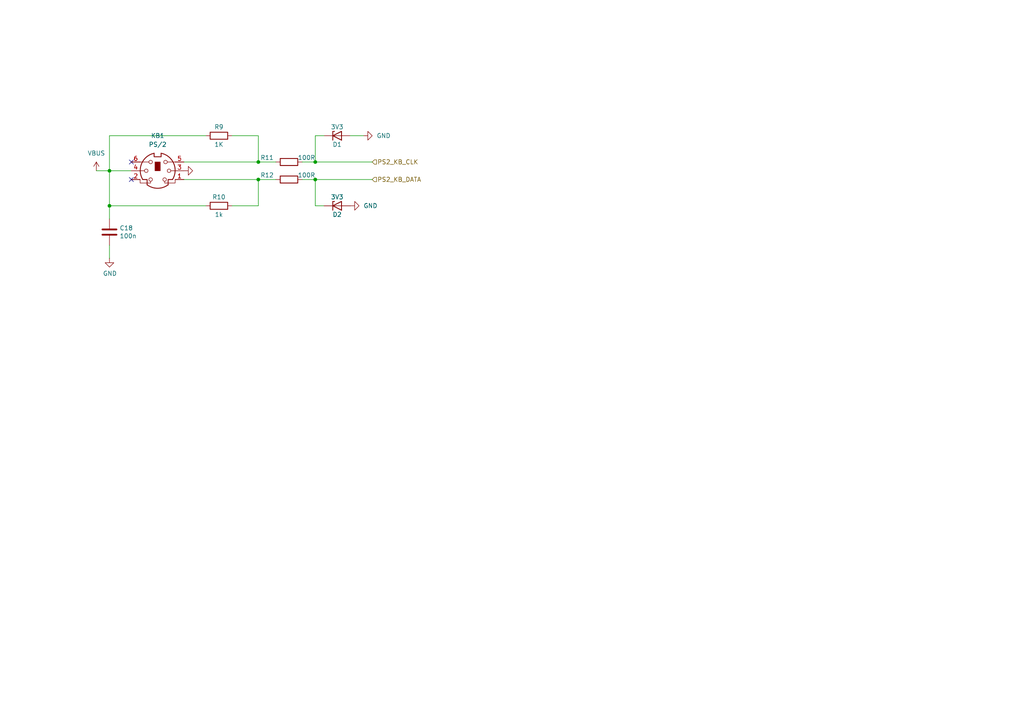
<source format=kicad_sch>
(kicad_sch (version 20250114) (generator "eeschema") (generator_version "9.0")
  (paper "A4")
  (title_block (title "Protea") (date "2025-03-08") (rev "2.03") (company "Mikhail Matveev") (comment 1 "https://github.com/xtremespb/frank"))
  (lib_symbols
    (symbol "Connector:Mini-DIN-6" (pin_names (offset 1.016))
      (property "Reference" "J" (at 0 6.35 0))
      (property "Value" "Mini-DIN-6" (at 0 -6.35 0))
      (symbol "Mini-DIN-6_0_1"
        (polyline (pts (xy -4.318 -2.54) (xy -3.048 -2.54) (xy -3.048 -4.064)) (stroke (width 0.254)))
        (polyline (pts (xy -3.81 0) (xy -5.08 0)))
        (circle (center -3.302 0) (radius 0.508))
        (polyline (pts (xy -2.54 2.54) (xy -5.08 2.54)))
        (circle (center -2.032 2.54) (radius 0.508))
        (circle (center -2.032 -2.54) (radius 0.508))
        (polyline (pts (xy -2.032 -3.048) (xy -2.032 -3.556) (xy -5.08 -3.556) (xy -5.08 -2.54)))
        (polyline (pts (xy -1.016 5.08) (xy -1.016 4.064) (xy 1.016 4.064) (xy 1.016 5.08)) (stroke (width 0.254)))
        (rectangle (start -0.762 2.54) (end 0.762 0) (fill (type outline)))
        (arc (start 3.048 -4.064) (mid 0 -5.08) (end -3.048 -4.064) (stroke (width 0.254)))
        (arc (start 1.016 5.08) (mid 4.6646 2.1356) (end 4.318 -2.54) (stroke (width 0.254)))
        (arc (start -4.318 -2.54) (mid -4.6241 2.1181) (end -1.016 5.08) (stroke (width 0.254)))
        (circle (center 2.032 -2.54) (radius 0.508))
        (polyline (pts (xy 2.032 -3.048) (xy 2.032 -3.556) (xy 5.08 -3.556) (xy 5.08 -2.54)))
        (circle (center 2.286 2.54) (radius 0.508))
        (polyline (pts (xy 2.794 2.54) (xy 5.08 2.54)))
        (circle (center 3.302 0) (radius 0.508))
        (polyline (pts (xy 4.318 -2.54) (xy 3.048 -2.54) (xy 3.048 -4.064)) (stroke (width 0.254)))
        (polyline (pts (xy 5.08 0) (xy 3.81 0)))
      )
      (symbol "Mini-DIN-6_1_1"
        (pin passive line (at -7.62 2.54 0) (length 2.54) (name "~") (number "6"))
        (pin passive line (at -7.62 0 0) (length 2.54) (name "~") (number "4"))
        (pin passive line (at -7.62 -2.54 0) (length 2.54) (name "~") (number "2"))
        (pin passive line (at 7.62 2.54 180) (length 2.54) (name "~") (number "5"))
        (pin passive line (at 7.62 0 180) (length 2.54) (name "~") (number "3"))
        (pin passive line (at 7.62 -2.54 180) (length 2.54) (name "~") (number "1"))
      )
    )
    (symbol "Device:C" (pin_numbers (hide yes)) (pin_names (offset 0.254))
      (property "Reference" "C" (at 0.635 2.54 0))
      (property "Value" "C" (at 0.635 -2.54 0))
      (symbol "C_0_1"
        (polyline (pts (xy -2.032 0.762) (xy 2.032 0.762)) (stroke (width 0.508)))
        (polyline (pts (xy -2.032 -0.762) (xy 2.032 -0.762)) (stroke (width 0.508)))
      )
      (symbol "C_1_1"
        (pin passive line (at 0 3.81 270) (length 2.794) (name "~") (number "1"))
        (pin passive line (at 0 -3.81 90) (length 2.794) (name "~") (number "2"))
      )
    )
    (symbol "Device:D_Zener" (pin_numbers (hide yes)) (pin_names (offset 1.016) (hide yes))
      (property "Reference" "D" (at 0 2.54 0))
      (property "Value" "D_Zener" (at 0 -2.54 0))
      (symbol "D_Zener_0_1"
        (polyline (pts (xy -1.27 -1.27) (xy -1.27 1.27) (xy -0.762 1.27)) (stroke (width 0.254)))
        (polyline (pts (xy 1.27 0) (xy -1.27 0)))
        (polyline (pts (xy 1.27 -1.27) (xy 1.27 1.27) (xy -1.27 0) (xy 1.27 -1.27)) (stroke (width 0.254)))
      )
      (symbol "D_Zener_1_1"
        (pin passive line (at -3.81 0 0) (length 2.54) (name "K") (number "1"))
        (pin passive line (at 3.81 0 180) (length 2.54) (name "A") (number "2"))
      )
    )
    (symbol "Device:R" (pin_numbers (hide yes)) (pin_names (offset 0))
      (property "Reference" "R" (at 2.032 0 90))
      (property "Value" "R" (at 0 0 90))
      (symbol "R_0_1"
        (rectangle (start -1.016 -2.54) (end 1.016 2.54) (stroke (width 0.254)))
      )
      (symbol "R_1_1"
        (pin passive line (at 0 3.81 270) (length 1.27) (name "~") (number "1"))
        (pin passive line (at 0 -3.81 90) (length 1.27) (name "~") (number "2"))
      )
    )
    (symbol "GND_1" (power) (pin_numbers (hide yes)) (pin_names (offset 0) (hide yes))
      (property "Value" "GND" (at 0 -3.81 0))
      (symbol "GND_1_0_1"
        (polyline (pts (xy 0 0) (xy 0 -1.27) (xy 1.27 -1.27) (xy 0 -2.54) (xy -1.27 -1.27) (xy 0 -1.27)))
      )
      (symbol "GND_1_1_1"
        (pin power_in line (at 0 0 270) (length 0) (name "~") (number "1"))
      )
    )
    (symbol "GND_2" (power) (pin_numbers (hide yes)) (pin_names (offset 0) (hide yes))
      (property "Value" "GND" (at 0 -3.81 0))
      (symbol "GND_2_0_1"
        (polyline (pts (xy 0 0) (xy 0 -1.27) (xy 1.27 -1.27) (xy 0 -2.54) (xy -1.27 -1.27) (xy 0 -1.27)))
      )
      (symbol "GND_2_1_1"
        (pin power_in line (at 0 0 270) (length 0) (name "~") (number "1"))
      )
    )
    (symbol "GND_3" (power) (pin_numbers (hide yes)) (pin_names (offset 0) (hide yes))
      (property "Value" "GND" (at 0 -3.81 0))
      (symbol "GND_3_0_1"
        (polyline (pts (xy 0 0) (xy 0 -1.27) (xy 1.27 -1.27) (xy 0 -2.54) (xy -1.27 -1.27) (xy 0 -1.27)))
      )
      (symbol "GND_3_1_1"
        (pin power_in line (at 0 0 270) (length 0) (name "~") (number "1"))
      )
    )
    (symbol "power:GND" (power) (pin_numbers (hide yes)) (pin_names (offset 0) (hide yes))
      (property "Value" "GND" (at 0 -3.81 0))
      (symbol "GND_0_1"
        (polyline (pts (xy 0 0) (xy 0 -1.27) (xy 1.27 -1.27) (xy 0 -2.54) (xy -1.27 -1.27) (xy 0 -1.27)))
      )
      (symbol "GND_1_1"
        (pin power_in line (at 0 0 270) (length 0) (name "~") (number "1"))
      )
    )
    (symbol "power:VBUS" (power) (pin_numbers (hide yes)) (pin_names (offset 0) (hide yes))
      (property "Value" "VBUS" (at 0 3.556 0))
      (symbol "VBUS_0_1"
        (polyline (pts (xy -0.762 1.27) (xy 0 2.54)))
        (polyline (pts (xy 0 2.54) (xy 0.762 1.27)))
        (polyline (pts (xy 0 0) (xy 0 2.54)))
      )
      (symbol "VBUS_1_1"
        (pin power_in line (at 0 0 90) (length 0) (name "~") (number "1"))
      )
    )
  )
  (junction (at 91.44 52.07))
  (junction (at 74.93 46.99))
  (junction (at 31.75 49.53))
  (junction (at 91.44 46.99))
  (junction (at 31.75 59.69))
  (junction (at 74.93 52.07))
  (no_connect (at 38.1 46.99))
  (no_connect (at 38.1 52.07))
  (wire (pts (xy 74.93 52.07) (xy 80.01 52.07)))
  (wire (pts (xy 74.93 46.99) (xy 80.01 46.99)))
  (wire (pts (xy 59.69 59.69) (xy 31.75 59.69)))
  (wire (pts (xy 31.75 59.69) (xy 31.75 63.5)))
  (wire (pts (xy 31.75 39.37) (xy 31.75 49.53)))
  (wire (pts (xy 101.6 39.37) (xy 105.41 39.37)))
  (wire (pts (xy 91.44 52.07) (xy 87.63 52.07)))
  (wire (pts (xy 91.44 59.69) (xy 91.44 52.07)))
  (wire (pts (xy 91.44 52.07) (xy 107.95 52.07)))
  (wire (pts (xy 31.75 59.69) (xy 31.75 49.53)))
  (wire (pts (xy 59.69 39.37) (xy 31.75 39.37)))
  (wire (pts (xy 93.98 59.69) (xy 91.44 59.69)))
  (wire (pts (xy 93.98 39.37) (xy 91.44 39.37)))
  (wire (pts (xy 53.34 52.07) (xy 74.93 52.07)))
  (wire (pts (xy 91.44 46.99) (xy 107.95 46.99)))
  (wire (pts (xy 91.44 39.37) (xy 91.44 46.99)))
  (wire (pts (xy 31.75 49.53) (xy 38.1 49.53)))
  (wire (pts (xy 31.75 49.53) (xy 27.94 49.53)))
  (wire (pts (xy 67.31 59.69) (xy 74.93 59.69)))
  (wire (pts (xy 74.93 39.37) (xy 74.93 46.99)))
  (wire (pts (xy 53.34 46.99) (xy 74.93 46.99)))
  (wire (pts (xy 67.31 39.37) (xy 74.93 39.37)))
  (wire (pts (xy 31.75 71.12) (xy 31.75 74.93)))
  (wire (pts (xy 74.93 52.07) (xy 74.93 59.69)))
  (wire (pts (xy 91.44 46.99) (xy 87.63 46.99)))
  (hierarchical_label "PS2_KB_DATA" (shape input) (at 107.95 52.07 0))
  (hierarchical_label "PS2_KB_CLK" (shape input) (at 107.95 46.99 0))
  (symbol (lib_name "GND_2") (lib_id "power:GND") (at 101.6 59.69 90) (unit 1)
    (property "Reference" "#PWR030" (effects (hide yes)))
    (property "Value" "GND" (at 105.41 59.6899 90) (effects (justify right)))
    (property "Description" "Power symbol creates a global label with name \"GND\" , ground" (effects (hide yes)))
  )
  (symbol (lib_id "Device:D_Zener") (at 97.79 59.69 0) (unit 1)
    (property "Reference" "D2" (at 97.79 62.23 0))
    (property "Value" "3V3" (at 97.79 57.15 0))
    (property "Footprint" "FRANK:Diode (SOD-323)" (effects (hide yes)))
  )
  (symbol (lib_id "power:GND") (at 31.75 74.93 0) (unit 1)
    (property "Reference" "#PWR028" (effects (hide yes)))
    (property "Value" "GND" (at 31.877 79.3242 0))
    (property "Description" "Power symbol creates a global label with name \"GND\" , ground" (effects (hide yes)))
  )
  (symbol (lib_id "Device:R") (at 83.82 52.07 90) (unit 1)
    (property "Reference" "R12" (at 77.47 50.8 90))
    (property "Value" "100R" (at 88.9 50.8 90))
    (property "Footprint" "FRANK:Resistor (0805)" (effects (hide yes)))
  )
  (symbol (lib_id "Device:R") (at 83.82 46.99 90) (unit 1)
    (property "Reference" "R11" (at 77.47 45.72 90))
    (property "Value" "100R" (at 88.9 45.72 90))
    (property "Footprint" "FRANK:Resistor (0805)" (effects (hide yes)))
  )
  (symbol (lib_name "GND_1") (lib_id "power:GND") (at 105.41 39.37 90) (unit 1)
    (property "Reference" "#PWR031" (effects (hide yes)))
    (property "Value" "GND" (at 109.22 39.3699 90) (effects (justify right)))
    (property "Description" "Power symbol creates a global label with name \"GND\" , ground" (effects (hide yes)))
  )
  (symbol (lib_id "power:VBUS") (at 27.94 49.53 0) (unit 1)
    (property "Reference" "#PWR0101" (effects (hide yes)))
    (property "Value" "VBUS" (at 27.94 44.45 0))
    (property "Description" "Power symbol creates a global label with name \"VBUS\"" (effects (hide yes)))
  )
  (symbol (lib_id "Device:R") (at 63.5 59.69 90) (unit 1)
    (property "Reference" "R10" (at 63.5 57.15 90))
    (property "Value" "1k" (at 63.5 62.23 90))
    (property "Footprint" "FRANK:Resistor (0805)" (effects (hide yes)))
  )
  (symbol (lib_id "Device:R") (at 63.5 39.37 90) (unit 1)
    (property "Reference" "R9" (at 63.5 36.83 90))
    (property "Value" "1K" (at 63.5 41.91 90))
    (property "Footprint" "FRANK:Resistor (0805)" (effects (hide yes)))
  )
  (symbol (lib_id "Connector:Mini-DIN-6") (at 45.72 49.53 0) (unit 1)
    (property "Reference" "KB1" (at 45.7377 39.37 0))
    (property "Value" "PS/2" (at 45.7377 41.91 0))
    (property "Footprint" "FRANK:MiniDIN (6 Pin, female)" (effects (hide yes)))
    (property "Datasheet" "http://service.powerdynamics.com/ec/Catalog17/Section%2011.pdf" (effects (hide yes)))
    (property "Description" "6-pin Mini-DIN connector" (effects (hide yes)))
  )
  (symbol (lib_name "GND_3") (lib_id "power:GND") (at 53.34 49.53 90) (unit 1)
    (property "Reference" "#PWR029" (effects (hide yes)))
    (property "Value" "GND" (effects (hide yes)))
    (property "Description" "Power symbol creates a global label with name \"GND\" , ground" (effects (hide yes)))
  )
  (symbol (lib_id "Device:D_Zener") (at 97.79 39.37 0) (unit 1)
    (property "Reference" "D1" (at 97.79 41.91 0))
    (property "Value" "3V3" (at 97.79 36.83 0))
    (property "Footprint" "FRANK:Diode (SOD-323)" (effects (hide yes)))
  )
  (symbol (lib_id "Device:C") (at 31.75 67.31 0) (unit 1)
    (property "Reference" "C18" (at 34.671 66.1416 0) (effects (justify left)))
    (property "Value" "100n" (at 34.671 68.453 0) (effects (justify left)))
    (property "Footprint" "FRANK:Capacitor (0805)" (effects (hide yes)))
  )
)
</source>
